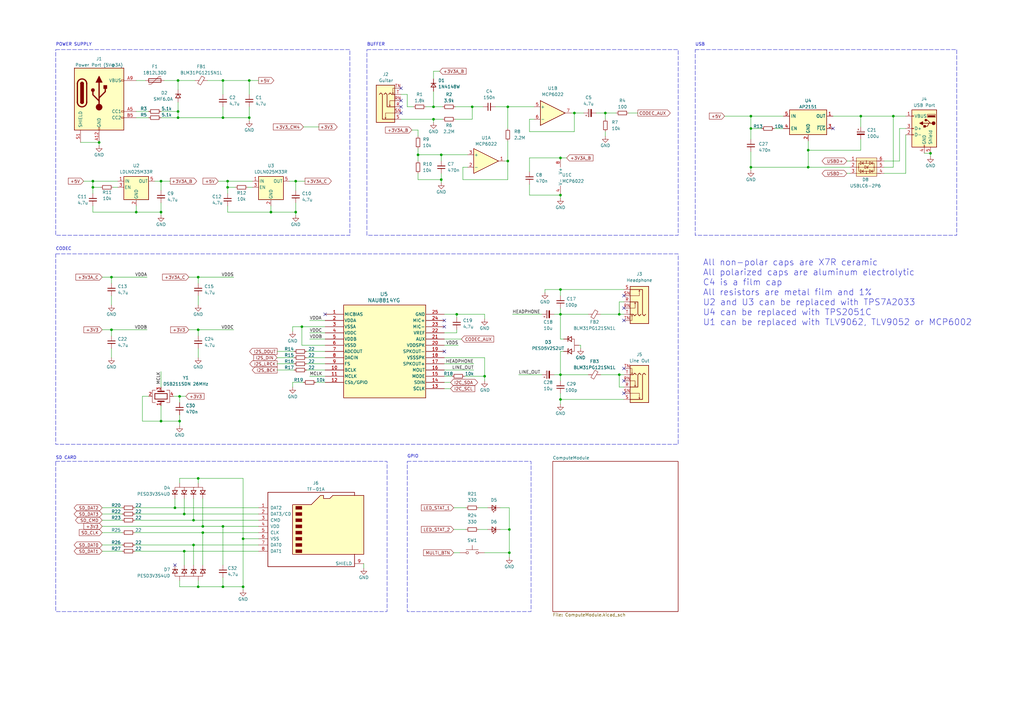
<source format=kicad_sch>
(kicad_sch (version 20230121) (generator eeschema)
  (paper "A3")
  (junction (at 102.235 33.02))
  (junction (at 180.975 63.5))
  (junction (at 331.47 68.58))
  (junction (at 111.125 86.995))
  (junction (at 99.695 220.98))
  (junction (at 171.45 63.5))
  (junction (at 81.28 113.665))
  (junction (at 229.87 64.77))
  (junction (at 75.565 226.06))
  (junction (at 81.28 196.215))
  (junction (at 93.345 74.295))
  (junction (at 66.04 74.295))
  (junction (at 307.975 47.625))
  (junction (at 229.87 80.01))
  (junction (at 83.185 218.44))
  (junction (at 71.755 208.28))
  (junction (at 79.375 213.36))
  (junction (at 81.28 240.665))
  (junction (at 254 153.67))
  (junction (at 38.1 74.295))
  (junction (at 91.44 48.26))
  (junction (at 187.325 128.905))
  (junction (at 123.825 133.985))
  (junction (at 91.44 240.665))
  (junction (at 177.8 48.895))
  (junction (at 75.565 210.82))
  (junction (at 73.66 162.56))
  (junction (at 331.47 61.595))
  (junction (at 177.8 43.815))
  (junction (at 121.285 86.995))
  (junction (at 208.28 66.04))
  (junction (at 73.025 48.26))
  (junction (at 40.64 58.42))
  (junction (at 229.87 118.745))
  (junction (at 381.635 62.865))
  (junction (at 45.72 135.255))
  (junction (at 180.975 73.66))
  (junction (at 193.675 43.815))
  (junction (at 55.88 86.995))
  (junction (at 45.72 113.665))
  (junction (at 229.87 153.67))
  (junction (at 73.66 172.72))
  (junction (at 93.345 76.835))
  (junction (at 91.44 215.9))
  (junction (at 208.915 217.17))
  (junction (at 307.975 52.705))
  (junction (at 91.44 33.02))
  (junction (at 198.755 154.305))
  (junction (at 353.06 47.625))
  (junction (at 81.28 135.255))
  (junction (at 83.185 215.9))
  (junction (at 229.87 128.905))
  (junction (at 102.235 48.26))
  (junction (at 66.04 172.72))
  (junction (at 99.695 240.665))
  (junction (at 307.975 68.58))
  (junction (at 73.025 33.02))
  (junction (at 254 128.905))
  (junction (at 229.87 163.83))
  (junction (at 73.025 45.72))
  (junction (at 235.585 46.355))
  (junction (at 38.1 76.835))
  (junction (at 366.395 47.625))
  (junction (at 208.28 43.815))
  (junction (at 79.375 223.52))
  (junction (at 66.04 86.995))
  (junction (at 208.915 226.695))
  (junction (at 248.285 46.355))
  (junction (at 121.285 74.295))
  (no_connect (at 255.905 156.21))
  (no_connect (at 255.905 131.445))
  (no_connect (at 71.755 231.775))
  (no_connect (at 164.465 43.815))
  (no_connect (at 164.465 46.355))
  (no_connect (at 255.905 121.285))
  (no_connect (at 164.465 36.195))
  (no_connect (at 182.245 131.445))
  (no_connect (at 164.465 41.275))
  (no_connect (at 133.35 128.905))
  (no_connect (at 255.905 151.13))
  (no_connect (at 182.245 133.985))
  (no_connect (at 182.245 144.145))
  (no_connect (at 341.63 52.705))
  (no_connect (at 255.905 161.29))
  (no_connect (at 255.905 126.365))
  (wire (pts (xy 238.125 141.605) (xy 238.125 142.875)))
  (wire (pts (xy 83.185 215.9) (xy 91.44 215.9)))
  (wire (pts (xy 66.04 86.995) (xy 66.04 88.265)))
  (wire (pts (xy 177.8 37.465) (xy 177.8 43.815)))
  (wire (pts (xy 307.975 47.625) (xy 321.31 47.625)))
  (wire (pts (xy 307.975 68.58) (xy 307.975 69.85)))
  (wire (pts (xy 229.87 144.145) (xy 231.14 144.145)))
  (wire (pts (xy 193.675 48.895) (xy 193.675 43.815)))
  (wire (pts (xy 41.91 213.36) (xy 50.165 213.36)))
  (wire (pts (xy 307.975 52.705) (xy 307.975 57.15)))
  (wire (pts (xy 93.345 84.455) (xy 93.345 86.995)))
  (wire (pts (xy 198.755 128.905) (xy 198.755 130.81)))
  (wire (pts (xy 127 154.305) (xy 133.35 154.305)))
  (wire (pts (xy 229.87 80.01) (xy 229.87 81.28)))
  (wire (pts (xy 174.625 43.815) (xy 177.8 43.815)))
  (wire (pts (xy 38.1 76.835) (xy 41.275 76.835)))
  (wire (pts (xy 229.87 118.745) (xy 229.87 121.285)))
  (wire (pts (xy 55.245 210.82) (xy 75.565 210.82)))
  (wire (pts (xy 73.66 240.665) (xy 81.28 240.665)))
  (wire (pts (xy 237.49 141.605) (xy 238.125 141.605)))
  (wire (pts (xy 182.245 128.905) (xy 187.325 128.905)))
  (wire (pts (xy 198.755 154.305) (xy 198.755 156.21)))
  (wire (pts (xy 113.665 146.685) (xy 120.65 146.685)))
  (wire (pts (xy 71.12 162.56) (xy 73.66 162.56)))
  (wire (pts (xy 210.185 128.905) (xy 222.25 128.905)))
  (wire (pts (xy 73.66 162.56) (xy 76.2 162.56)))
  (wire (pts (xy 177.8 29.21) (xy 177.8 32.385)))
  (wire (pts (xy 91.44 43.815) (xy 91.44 48.26)))
  (wire (pts (xy 91.44 33.02) (xy 102.235 33.02)))
  (wire (pts (xy 254 123.825) (xy 254 128.905)))
  (wire (pts (xy 111.125 86.995) (xy 121.285 86.995)))
  (wire (pts (xy 205.105 208.28) (xy 208.915 208.28)))
  (wire (pts (xy 217.17 70.485) (xy 217.17 64.77)))
  (wire (pts (xy 99.695 240.665) (xy 99.695 241.935)))
  (wire (pts (xy 123.825 133.985) (xy 133.35 133.985)))
  (wire (pts (xy 79.375 204.47) (xy 79.375 213.36)))
  (wire (pts (xy 99.695 220.98) (xy 106.045 220.98)))
  (wire (pts (xy 191.77 68.58) (xy 189.865 68.58)))
  (wire (pts (xy 366.395 47.625) (xy 366.395 68.58)))
  (wire (pts (xy 45.72 135.255) (xy 45.72 137.795)))
  (wire (pts (xy 113.665 149.225) (xy 120.65 149.225)))
  (wire (pts (xy 353.06 47.625) (xy 366.395 47.625)))
  (wire (pts (xy 208.28 73.66) (xy 208.28 66.04)))
  (wire (pts (xy 186.055 226.695) (xy 188.595 226.695)))
  (wire (pts (xy 123.825 141.605) (xy 133.35 141.605)))
  (wire (pts (xy 180.975 63.5) (xy 180.975 66.04)))
  (wire (pts (xy 341.63 47.625) (xy 353.06 47.625)))
  (wire (pts (xy 73.025 41.91) (xy 73.025 45.72)))
  (wire (pts (xy 58.42 162.56) (xy 58.42 172.72)))
  (wire (pts (xy 38.1 84.455) (xy 38.1 86.995)))
  (wire (pts (xy 186.055 208.28) (xy 191.135 208.28)))
  (wire (pts (xy 66.04 74.295) (xy 69.85 74.295)))
  (wire (pts (xy 248.285 53.975) (xy 248.285 55.88)))
  (wire (pts (xy 77.47 113.665) (xy 81.28 113.665)))
  (wire (pts (xy 45.72 121.285) (xy 45.72 125.095)))
  (wire (pts (xy 99.695 240.665) (xy 91.44 240.665)))
  (wire (pts (xy 93.345 86.995) (xy 111.125 86.995)))
  (wire (pts (xy 41.91 113.665) (xy 45.72 113.665)))
  (wire (pts (xy 208.28 43.815) (xy 208.28 52.705)))
  (wire (pts (xy 55.245 226.06) (xy 75.565 226.06)))
  (wire (pts (xy 75.565 226.06) (xy 75.565 231.775)))
  (wire (pts (xy 81.28 238.125) (xy 81.28 240.665)))
  (wire (pts (xy 217.17 48.895) (xy 217.17 53.975)))
  (wire (pts (xy 307.975 47.625) (xy 307.975 52.705)))
  (wire (pts (xy 85.09 33.02) (xy 91.44 33.02)))
  (wire (pts (xy 331.47 57.785) (xy 331.47 61.595)))
  (wire (pts (xy 229.87 153.67) (xy 229.87 156.21)))
  (wire (pts (xy 91.44 38.735) (xy 91.44 33.02)))
  (wire (pts (xy 182.245 154.305) (xy 185.42 154.305)))
  (wire (pts (xy 171.45 71.12) (xy 171.45 73.66)))
  (wire (pts (xy 102.235 38.735) (xy 102.235 33.02)))
  (wire (pts (xy 66.04 74.295) (xy 63.5 74.295)))
  (wire (pts (xy 73.66 198.12) (xy 73.66 196.215)))
  (wire (pts (xy 38.1 76.835) (xy 38.1 79.375)))
  (wire (pts (xy 217.17 75.565) (xy 217.17 80.01)))
  (wire (pts (xy 229.87 144.145) (xy 229.87 153.67)))
  (wire (pts (xy 58.42 162.56) (xy 60.96 162.56)))
  (wire (pts (xy 171.45 55.88) (xy 171.45 53.34)))
  (wire (pts (xy 205.105 217.17) (xy 208.915 217.17)))
  (wire (pts (xy 73.025 48.26) (xy 91.44 48.26)))
  (wire (pts (xy 164.465 38.735) (xy 167.005 38.735)))
  (wire (pts (xy 167.005 38.735) (xy 167.005 43.815)))
  (wire (pts (xy 171.45 63.5) (xy 180.975 63.5)))
  (wire (pts (xy 41.91 218.44) (xy 50.165 218.44)))
  (wire (pts (xy 55.88 33.02) (xy 59.69 33.02)))
  (wire (pts (xy 164.465 48.895) (xy 177.8 48.895)))
  (wire (pts (xy 177.8 48.895) (xy 181.61 48.895)))
  (wire (pts (xy 229.87 139.065) (xy 231.14 139.065)))
  (wire (pts (xy 347.345 66.04) (xy 348.615 66.04)))
  (wire (pts (xy 111.125 86.995) (xy 111.125 84.455)))
  (wire (pts (xy 73.025 33.02) (xy 73.025 36.83)))
  (wire (pts (xy 71.755 208.28) (xy 106.045 208.28)))
  (wire (pts (xy 127 139.065) (xy 133.35 139.065)))
  (wire (pts (xy 255.905 158.75) (xy 254 158.75)))
  (wire (pts (xy 77.47 135.255) (xy 81.28 135.255)))
  (wire (pts (xy 91.44 231.775) (xy 91.44 215.9)))
  (wire (pts (xy 227.33 153.67) (xy 229.87 153.67)))
  (wire (pts (xy 208.915 226.695) (xy 208.915 228.6)))
  (wire (pts (xy 127 131.445) (xy 133.35 131.445)))
  (wire (pts (xy 297.18 47.625) (xy 307.975 47.625)))
  (wire (pts (xy 81.28 121.285) (xy 81.28 125.095)))
  (wire (pts (xy 79.375 223.52) (xy 79.375 231.775)))
  (wire (pts (xy 217.17 80.01) (xy 229.87 80.01)))
  (wire (pts (xy 55.88 86.995) (xy 66.04 86.995)))
  (wire (pts (xy 198.755 146.685) (xy 198.755 154.305)))
  (wire (pts (xy 229.87 161.29) (xy 229.87 163.83)))
  (wire (pts (xy 45.72 113.665) (xy 60.325 113.665)))
  (wire (pts (xy 83.185 218.44) (xy 83.185 231.775)))
  (wire (pts (xy 246.38 153.67) (xy 254 153.67)))
  (wire (pts (xy 182.245 149.225) (xy 194.31 149.225)))
  (wire (pts (xy 223.52 118.745) (xy 223.52 120.015)))
  (wire (pts (xy 41.91 226.06) (xy 50.165 226.06)))
  (wire (pts (xy 89.535 74.295) (xy 93.345 74.295)))
  (wire (pts (xy 371.475 55.245) (xy 371.475 71.12)))
  (wire (pts (xy 168.91 53.34) (xy 171.45 53.34)))
  (wire (pts (xy 55.245 223.52) (xy 79.375 223.52)))
  (wire (pts (xy 73.025 48.26) (xy 66.04 48.26)))
  (wire (pts (xy 113.665 151.765) (xy 120.65 151.765)))
  (wire (pts (xy 93.345 76.835) (xy 96.52 76.835)))
  (wire (pts (xy 55.88 45.72) (xy 60.96 45.72)))
  (wire (pts (xy 208.28 57.785) (xy 208.28 66.04)))
  (wire (pts (xy 187.325 135.255) (xy 187.325 136.525)))
  (wire (pts (xy 38.1 74.295) (xy 38.1 76.835)))
  (wire (pts (xy 190.5 154.305) (xy 198.755 154.305)))
  (wire (pts (xy 229.87 126.365) (xy 229.87 128.905)))
  (wire (pts (xy 187.325 128.905) (xy 198.755 128.905)))
  (wire (pts (xy 73.025 45.72) (xy 73.025 48.26)))
  (wire (pts (xy 229.87 128.905) (xy 241.3 128.905)))
  (wire (pts (xy 93.345 74.295) (xy 103.505 74.295)))
  (wire (pts (xy 217.17 64.77) (xy 229.87 64.77)))
  (wire (pts (xy 46.355 76.835) (xy 48.26 76.835)))
  (wire (pts (xy 124.46 52.07) (xy 130.81 52.07)))
  (wire (pts (xy 73.66 172.72) (xy 73.66 174.625)))
  (wire (pts (xy 379.095 62.865) (xy 381.635 62.865)))
  (wire (pts (xy 368.935 52.705) (xy 371.475 52.705)))
  (wire (pts (xy 40.64 59.69) (xy 40.64 58.42)))
  (wire (pts (xy 180.34 29.21) (xy 177.8 29.21)))
  (wire (pts (xy 307.975 68.58) (xy 331.47 68.58)))
  (wire (pts (xy 125.73 151.765) (xy 133.35 151.765)))
  (wire (pts (xy 180.975 73.66) (xy 171.45 73.66)))
  (wire (pts (xy 102.235 33.02) (xy 106.045 33.02)))
  (wire (pts (xy 38.1 86.995) (xy 55.88 86.995)))
  (wire (pts (xy 73.025 33.02) (xy 80.01 33.02)))
  (wire (pts (xy 129.54 156.845) (xy 133.35 156.845)))
  (wire (pts (xy 125.73 144.145) (xy 133.35 144.145)))
  (wire (pts (xy 223.52 118.745) (xy 229.87 118.745)))
  (wire (pts (xy 73.66 172.72) (xy 66.04 172.72)))
  (wire (pts (xy 66.04 166.37) (xy 66.04 172.72)))
  (wire (pts (xy 182.245 151.765) (xy 194.31 151.765)))
  (wire (pts (xy 186.055 217.17) (xy 191.135 217.17)))
  (wire (pts (xy 248.285 46.355) (xy 248.285 48.895)))
  (wire (pts (xy 99.695 220.98) (xy 99.695 240.665)))
  (wire (pts (xy 121.285 74.295) (xy 125.095 74.295)))
  (wire (pts (xy 113.665 144.145) (xy 120.65 144.145)))
  (wire (pts (xy 177.8 48.895) (xy 177.8 50.165)))
  (wire (pts (xy 41.91 135.255) (xy 45.72 135.255)))
  (wire (pts (xy 127 136.525) (xy 133.35 136.525)))
  (wire (pts (xy 41.91 223.52) (xy 50.165 223.52)))
  (wire (pts (xy 45.72 135.255) (xy 60.325 135.255)))
  (wire (pts (xy 120.015 135.89) (xy 120.015 133.985)))
  (wire (pts (xy 177.8 43.815) (xy 181.61 43.815)))
  (wire (pts (xy 66.04 45.72) (xy 73.025 45.72)))
  (wire (pts (xy 208.28 43.815) (xy 219.075 43.815)))
  (wire (pts (xy 81.28 135.255) (xy 95.885 135.255)))
  (wire (pts (xy 41.91 215.9) (xy 83.185 215.9)))
  (wire (pts (xy 381.635 62.865) (xy 381.635 64.135)))
  (wire (pts (xy 229.87 153.67) (xy 241.3 153.67)))
  (wire (pts (xy 235.585 46.355) (xy 234.315 46.355)))
  (wire (pts (xy 182.245 156.845) (xy 184.785 156.845)))
  (wire (pts (xy 180.975 71.12) (xy 180.975 73.66)))
  (wire (pts (xy 73.66 238.125) (xy 73.66 240.665)))
  (wire (pts (xy 91.44 215.9) (xy 106.045 215.9)))
  (wire (pts (xy 75.565 204.47) (xy 75.565 210.82)))
  (wire (pts (xy 186.69 48.895) (xy 193.675 48.895)))
  (wire (pts (xy 254 153.67) (xy 255.905 153.67)))
  (wire (pts (xy 81.28 135.255) (xy 81.28 137.795)))
  (wire (pts (xy 229.87 163.83) (xy 255.905 163.83)))
  (wire (pts (xy 254 158.75) (xy 254 153.67)))
  (wire (pts (xy 75.565 210.82) (xy 106.045 210.82)))
  (wire (pts (xy 102.235 49.53) (xy 102.235 48.26)))
  (wire (pts (xy 235.585 46.355) (xy 239.395 46.355)))
  (wire (pts (xy 91.44 236.855) (xy 91.44 240.665)))
  (wire (pts (xy 83.185 204.47) (xy 83.185 215.9)))
  (wire (pts (xy 149.225 231.14) (xy 149.225 233.045)))
  (wire (pts (xy 317.5 52.705) (xy 321.31 52.705)))
  (wire (pts (xy 189.865 68.58) (xy 189.865 73.66)))
  (wire (pts (xy 307.975 52.705) (xy 312.42 52.705)))
  (wire (pts (xy 55.245 208.28) (xy 71.755 208.28)))
  (wire (pts (xy 38.1 74.295) (xy 48.26 74.295)))
  (wire (pts (xy 368.935 52.705) (xy 368.935 66.04)))
  (wire (pts (xy 208.915 208.28) (xy 208.915 217.17)))
  (wire (pts (xy 171.45 63.5) (xy 171.45 66.04)))
  (wire (pts (xy 198.755 226.695) (xy 208.915 226.695)))
  (wire (pts (xy 34.29 74.295) (xy 38.1 74.295)))
  (wire (pts (xy 196.215 217.17) (xy 200.025 217.17)))
  (wire (pts (xy 81.28 196.215) (xy 99.695 196.215)))
  (wire (pts (xy 81.28 113.665) (xy 81.28 116.205)))
  (wire (pts (xy 81.28 240.665) (xy 91.44 240.665)))
  (wire (pts (xy 362.585 68.58) (xy 366.395 68.58)))
  (wire (pts (xy 40.64 58.42) (xy 33.02 58.42)))
  (wire (pts (xy 229.87 118.745) (xy 255.905 118.745)))
  (wire (pts (xy 362.585 71.12) (xy 371.475 71.12)))
  (wire (pts (xy 189.865 73.66) (xy 208.28 73.66)))
  (wire (pts (xy 83.185 218.44) (xy 106.045 218.44)))
  (wire (pts (xy 331.47 68.58) (xy 348.615 68.58)))
  (wire (pts (xy 73.66 162.56) (xy 73.66 165.1)))
  (wire (pts (xy 120.015 156.845) (xy 120.015 158.75)))
  (wire (pts (xy 353.06 57.15) (xy 353.06 61.595)))
  (wire (pts (xy 229.87 163.83) (xy 229.87 165.735)))
  (wire (pts (xy 45.72 142.875) (xy 45.72 146.685)))
  (wire (pts (xy 227.33 128.905) (xy 229.87 128.905)))
  (wire (pts (xy 182.245 136.525) (xy 187.325 136.525)))
  (wire (pts (xy 125.73 149.225) (xy 133.35 149.225)))
  (wire (pts (xy 171.45 60.96) (xy 171.45 63.5)))
  (wire (pts (xy 102.235 43.815) (xy 102.235 48.26)))
  (wire (pts (xy 93.345 76.835) (xy 93.345 79.375)))
  (wire (pts (xy 186.69 43.815) (xy 193.675 43.815)))
  (wire (pts (xy 55.88 48.26) (xy 60.96 48.26)))
  (wire (pts (xy 66.04 74.295) (xy 66.04 78.105)))
  (wire (pts (xy 347.345 71.12) (xy 348.615 71.12)))
  (wire (pts (xy 79.375 213.36) (xy 106.045 213.36)))
  (wire (pts (xy 66.04 83.185) (xy 66.04 86.995)))
  (wire (pts (xy 91.44 48.26) (xy 102.235 48.26)))
  (wire (pts (xy 212.725 153.67) (xy 222.25 153.67)))
  (wire (pts (xy 41.91 208.28) (xy 50.165 208.28)))
  (wire (pts (xy 229.87 128.905) (xy 229.87 139.065)))
  (wire (pts (xy 121.285 83.185) (xy 121.285 86.995)))
  (wire (pts (xy 67.31 33.02) (xy 73.025 33.02)))
  (wire (pts (xy 248.285 46.355) (xy 252.73 46.355)))
  (wire (pts (xy 41.91 210.82) (xy 50.165 210.82)))
  (wire (pts (xy 66.04 152.4) (xy 66.04 158.75)))
  (wire (pts (xy 55.245 218.44) (xy 83.185 218.44)))
  (wire (pts (xy 81.28 196.215) (xy 81.28 198.12)))
  (wire (pts (xy 99.695 196.215) (xy 99.695 220.98)))
  (wire (pts (xy 45.72 113.665) (xy 45.72 116.205)))
  (wire (pts (xy 180.975 63.5) (xy 191.77 63.5)))
  (wire (pts (xy 193.675 43.815) (xy 198.12 43.815)))
  (wire (pts (xy 120.015 133.985) (xy 123.825 133.985)))
  (wire (pts (xy 55.88 86.995) (xy 55.88 84.455)))
  (wire (pts (xy 182.245 159.385) (xy 184.785 159.385)))
  (wire (pts (xy 81.28 113.665) (xy 95.885 113.665)))
  (wire (pts (xy 182.245 141.605) (xy 187.96 141.605)))
  (wire (pts (xy 366.395 47.625) (xy 371.475 47.625)))
  (wire (pts (xy 362.585 66.04) (xy 368.935 66.04)))
  (wire (pts (xy 79.375 223.52) (xy 106.045 223.52)))
  (wire (pts (xy 244.475 46.355) (xy 248.285 46.355)))
  (wire (pts (xy 235.585 53.975) (xy 235.585 46.355)))
  (wire (pts (xy 229.87 64.77) (xy 232.41 64.77)))
  (wire (pts (xy 353.06 47.625) (xy 353.06 52.07)))
  (wire (pts (xy 219.075 48.895) (xy 217.17 48.895)))
  (wire (pts (xy 331.47 61.595) (xy 331.47 68.58)))
  (wire (pts (xy 217.17 53.975) (xy 235.585 53.975)))
  (wire (pts (xy 307.975 62.23) (xy 307.975 68.58)))
  (wire (pts (xy 71.755 204.47) (xy 71.755 208.28)))
  (wire (pts (xy 246.38 128.905) (xy 254 128.905)))
  (wire (pts (xy 182.245 146.685) (xy 198.755 146.685)))
  (wire (pts (xy 121.285 74.295) (xy 121.285 78.105)))
  (wire (pts (xy 121.285 74.295) (xy 118.745 74.295)))
  (wire (pts (xy 254 128.905) (xy 255.905 128.905)))
  (wire (pts (xy 167.005 43.815) (xy 169.545 43.815)))
  (wire (pts (xy 93.345 74.295) (xy 93.345 76.835)))
  (wire (pts (xy 75.565 226.06) (xy 106.045 226.06)))
  (wire (pts (xy 81.28 142.875) (xy 81.28 146.685)))
  (wire (pts (xy 123.825 141.605) (xy 123.825 133.985)))
  (wire (pts (xy 121.285 86.995) (xy 121.285 88.265)))
  (wire (pts (xy 331.47 61.595) (xy 353.06 61.595)))
  (wire (pts (xy 73.66 196.215) (xy 81.28 196.215)))
  (wire (pts (xy 257.81 46.355) (xy 261.62 46.355)))
  (wire (pts (xy 187.325 128.905) (xy 187.325 130.175)))
  (wire (pts (xy 120.015 156.845) (xy 124.46 156.845)))
  (wire (pts (xy 208.915 217.17) (xy 208.915 226.695)))
  (wire (pts (xy 208.28 66.04) (xy 207.01 66.04)))
  (wire (pts (xy 180.975 73.66) (xy 180.975 74.93)))
  (wire (pts (xy 255.905 123.825) (xy 254 123.825)))
  (wire (pts (xy 203.2 43.815) (xy 208.28 43.815)))
  (wire (pts (xy 55.245 213.36) (xy 79.375 213.36)))
  (wire (pts (xy 73.66 170.18) (xy 73.66 172.72)))
  (wire (pts (xy 125.73 146.685) (xy 133.35 146.685)))
  (wire (pts (xy 101.6 76.835) (xy 103.505 76.835)))
  (wire (pts (xy 196.215 208.28) (xy 200.025 208.28)))
  (wire (pts (xy 182.245 139.065) (xy 189.23 139.065)))
  (wire (pts (xy 66.04 172.72) (xy 58.42 172.72)))
  (rectangle (start 167.005 189.23) (end 217.805 250.825) (stroke (width 0) (type dash)))
  (rectangle (start 22.86 20.32) (end 143.51 96.52) (stroke (width 0) (type dash)))
  (rectangle (start 150.495 20.32) (end 278.13 96.52) (stroke (width 0) (type dash)))
  (rectangle (start 22.86 104.14) (end 278.13 182.245) (stroke (width 0) (type dash)))
  (rectangle (start 22.86 189.23) (end 158.75 250.825) (stroke (width 0) (type dash)))
  (rectangle (start 285.115 20.32) (end 392.43 96.52) (stroke (width 0) (type dash)))
  (text_box "All non-polar caps are X7R ceramic\nAll polarized caps are aluminum electrolytic\nC4 is a film cap\nAll resistors are metal film and 1%\nU2 and U3 can be replaced with TPS7A2033\nU4 can be replaced with TPS2051C\nU1 can be replaced with TLV9062, TLV9052 or MCP6002" (at 286.385 104.14 0) (size 115.57 68.58) (stroke (width -0.0001)) (effects (font (size 2.54 2.54)) (justify left top)))
  (text "SD CARD" (at 22.86 188.595 0) (effects (font (size 1.27 1.27)) (justify left bottom)))
  (text "POWER SUPPLY" (at 22.86 19.05 0) (effects (font (size 1.27 1.27)) (justify left bottom)))
  (text "GPIO" (at 167.005 187.96 0) (effects (font (size 1.27 1.27)) (justify left bottom)))
  (text "BUFFER" (at 150.495 19.05 0) (effects (font (size 1.27 1.27)) (justify left bottom)))
  (text "USB" (at 285.115 19.05 0) (effects (font (size 1.27 1.27)) (justify left bottom)))
  (text "CODEC" (at 22.86 102.87 0) (effects (font (size 1.27 1.27)) (justify left bottom)))
  (label "MCLK" (at 127 154.305 0))
  (label "VDDC" (at 95.885 135.255 180))
  (label "LINE_OUT" (at 212.725 153.67 0))
  (label "VDDA" (at 127 131.445 0))
  (label "VDDA" (at 60.325 113.665 180))
  (label "VDDS" (at 95.885 113.665 180))
  (label "HEADPHONE" (at 210.185 128.905 0))
  (label "VDDB" (at 60.325 135.255 180))
  (label "HEADPHONE" (at 194.31 149.225 180))
  (label "VDDS" (at 187.96 141.605 180))
  (label "VDDB" (at 127 139.065 0))
  (label "MCLK" (at 66.04 152.4 270))
  (label "LINE_OUT" (at 194.31 151.765 180))
  (label "VDDC" (at 127 136.525 0))
  (global_label "I2S_BCK" (shape output) (at 113.665 151.765 180) (property "Intersheetrefs" "${INTERSHEET_REFS}" (effects hide)))
  (global_label "I2C_SDA" (shape bidirectional) (at 184.785 156.845 0) (property "Intersheetrefs" "${INTERSHEET_REFS}" (effects hide)))
  (global_label "SD_CMD" (shape bidirectional) (at 41.91 213.36 180) (property "Intersheetrefs" "${INTERSHEET_REFS}" (effects hide)))
  (global_label "MULTI_BTN" (shape input) (at 186.055 226.695 180) (property "Intersheetrefs" "${INTERSHEET_REFS}" (effects hide)))
  (global_label "+3V3A_B" (shape output) (at 69.85 74.295 0) (property "Intersheetrefs" "${INTERSHEET_REFS}" (effects hide)))
  (global_label "+5V" (shape input) (at 89.535 74.295 180) (property "Intersheetrefs" "${INTERSHEET_REFS}" (effects hide)))
  (global_label "+5V" (shape output) (at 106.045 33.02 0) (property "Intersheetrefs" "${INTERSHEET_REFS}" (effects hide)))
  (global_label "+3V3A_B" (shape input) (at 168.91 53.34 180) (property "Intersheetrefs" "${INTERSHEET_REFS}" (effects hide)))
  (global_label "+3V3A_B" (shape input) (at 232.41 64.77 0) (property "Intersheetrefs" "${INTERSHEET_REFS}" (effects hide)))
  (global_label "+3V3" (shape input) (at 41.91 215.9 180) (property "Intersheetrefs" "${INTERSHEET_REFS}" (effects hide)))
  (global_label "+3V3" (shape input) (at 41.91 135.255 180) (property "Intersheetrefs" "${INTERSHEET_REFS}" (effects hide)))
  (global_label "USBD-" (shape bidirectional) (at 347.345 71.12 180) (property "Intersheetrefs" "${INTERSHEET_REFS}" (effects hide)))
  (global_label "I2S_DOUT" (shape output) (at 113.665 144.145 180) (property "Intersheetrefs" "${INTERSHEET_REFS}" (effects hide)))
  (global_label "I2C_SCL" (shape input) (at 184.785 159.385 0) (property "Intersheetrefs" "${INTERSHEET_REFS}" (effects hide)))
  (global_label "+3V3_CM4" (shape input) (at 124.46 52.07 180) (property "Intersheetrefs" "${INTERSHEET_REFS}" (effects hide)))
  (global_label "+3V3A_B" (shape input) (at 180.34 29.21 0) (property "Intersheetrefs" "${INTERSHEET_REFS}" (effects hide)))
  (global_label "+5V" (shape input) (at 34.29 74.295 180) (property "Intersheetrefs" "${INTERSHEET_REFS}" (effects hide)))
  (global_label "I2S_LRCK" (shape output) (at 113.665 149.225 180) (property "Intersheetrefs" "${INTERSHEET_REFS}" (effects hide)))
  (global_label "+5V" (shape input) (at 297.18 47.625 180) (property "Intersheetrefs" "${INTERSHEET_REFS}" (effects hide)))
  (global_label "SD_DAT1" (shape bidirectional) (at 41.91 226.06 180) (property "Intersheetrefs" "${INTERSHEET_REFS}" (effects hide)))
  (global_label "+3V3" (shape input) (at 76.2 162.56 0) (property "Intersheetrefs" "${INTERSHEET_REFS}" (effects hide)))
  (global_label "SD_CLK" (shape input) (at 41.91 218.44 180) (property "Intersheetrefs" "${INTERSHEET_REFS}" (effects hide)))
  (global_label "I2S_DIN" (shape input) (at 113.665 146.685 180) (property "Intersheetrefs" "${INTERSHEET_REFS}" (effects hide)))
  (global_label "LED_STAT_1" (shape input) (at 186.055 208.28 180) (property "Intersheetrefs" "${INTERSHEET_REFS}" (effects hide)))
  (global_label "SD_DAT2" (shape bidirectional) (at 41.91 208.28 180) (property "Intersheetrefs" "${INTERSHEET_REFS}" (effects hide)))
  (global_label "CODEC_AUX" (shape input) (at 189.23 139.065 0) (property "Intersheetrefs" "${INTERSHEET_REFS}" (effects hide)))
  (global_label "+3V3A_C" (shape input) (at 77.47 113.665 180) (property "Intersheetrefs" "${INTERSHEET_REFS}" (effects hide)))
  (global_label "+3V3" (shape input) (at 77.47 135.255 180) (property "Intersheetrefs" "${INTERSHEET_REFS}" (effects hide)))
  (global_label "+3V3A_C" (shape output) (at 125.095 74.295 0) (property "Intersheetrefs" "${INTERSHEET_REFS}" (effects hide)))
  (global_label "LED_STAT_2" (shape input) (at 186.055 217.17 180) (property "Intersheetrefs" "${INTERSHEET_REFS}" (effects hide)))
  (global_label "+3V3A_C" (shape input) (at 41.91 113.665 180) (property "Intersheetrefs" "${INTERSHEET_REFS}" (effects hide)))
  (global_label "SD_DAT0" (shape bidirectional) (at 41.91 223.52 180) (property "Intersheetrefs" "${INTERSHEET_REFS}" (effects hide)))
  (global_label "CODEC_AUX" (shape output) (at 261.62 46.355 0) (property "Intersheetrefs" "${INTERSHEET_REFS}" (effects hide)))
  (global_label "+3V3" (shape output) (at 130.81 52.07 0) (property "Intersheetrefs" "${INTERSHEET_REFS}" (effects hide)))
  (global_label "SD_DAT3" (shape bidirectional) (at 41.91 210.82 180) (property "Intersheetrefs" "${INTERSHEET_REFS}" (effects hide)))
  (global_label "USBD+" (shape bidirectional) (at 347.345 66.04 180) (property "Intersheetrefs" "${INTERSHEET_REFS}" (effects hide)))
  (symbol (lib_id "Device:Polyfuse") (at 63.5 33.02 90) (unit 1)
    (property "Reference" "F1" (at 63.5 27.305 90))
    (property "Value" "1812L300" (at 63.5 29.845 90))
    (property "Footprint" "Fuse:Fuse_1812_4532Metric_Pad1.30x3.40mm_HandSolder" (effects hide))
  )
  (symbol (lib_id "Device:C_Small") (at 45.72 140.335 0) (unit 1)
    (property "Reference" "C22" (at 48.26 139.0713 0) (effects (justify left)))
    (property "Value" "4.7u" (at 48.26 141.6113 0) (effects (justify left)))
    (property "Footprint" "Capacitor_SMD:C_0805_2012Metric_Pad1.18x1.45mm_HandSolder" (effects hide))
  )
  (symbol (lib_id "power:GND") (at 121.285 88.265 0) (unit 1)
    (property "Reference" "#PWR08" (effects hide))
    (property "Value" "GND" (at 121.285 92.075 0))
  )
  (symbol (lib_id "NeuralTone:USBLC6-2P6") (at 356.235 68.58 0) (unit 1)
    (property "Reference" "D8" (at 354.965 73.66 0))
    (property "Value" "USBLC6-2P6" (at 354.965 76.2 0))
    (property "Footprint" "Package_TO_SOT_SMD:SOT-23-6_Handsoldering" (effects hide))
    (property "Datasheet" "https://www.st.com/resource/en/datasheet/usblc6-2.pdf" (effects hide))
  )
  (symbol (lib_id "Device:C_Small") (at 45.72 118.745 0) (unit 1)
    (property "Reference" "C13" (at 48.26 117.4813 0) (effects (justify left)))
    (property "Value" "4.7u" (at 48.26 120.0213 0) (effects (justify left)))
    (property "Footprint" "Capacitor_SMD:C_0805_2012Metric_Pad1.18x1.45mm_HandSolder" (effects hide))
  )
  (symbol (lib_id "Device:R_Small") (at 123.19 144.145 90) (unit 1)
    (property "Reference" "R14" (at 118.618 143.129 90))
    (property "Value" "22" (at 127.762 143.129 90))
    (property "Footprint" "Resistor_SMD:R_0805_2012Metric_Pad1.20x1.40mm_HandSolder" (effects hide))
  )
  (symbol (lib_id "Device:FerriteBead_Small") (at 82.55 33.02 90) (unit 1)
    (property "Reference" "FB1" (at 82.55 27.305 90))
    (property "Value" "BLM31PG121SN1L" (at 82.55 29.845 90))
    (property "Footprint" "Inductor_SMD:L_1206_3216Metric_Pad1.22x1.90mm_HandSolder" (effects hide))
  )
  (symbol (lib_id "Device:R_Small") (at 184.15 43.815 90) (unit 1)
    (property "Reference" "R2" (at 184.15 38.735 90))
    (property "Value" "3.9k" (at 184.15 41.275 90))
    (property "Footprint" "Resistor_SMD:R_0805_2012Metric_Pad1.20x1.40mm_HandSolder" (effects hide))
  )
  (symbol (lib_id "Amplifier_Operational:MCP6022") (at 232.41 72.39 0) (unit 3)
    (property "Reference" "U1" (at 230.505 71.755 0) (effects (justify left)))
    (property "Value" "MCP6022" (at 230.505 74.295 0) (effects (justify left)))
    (property "Footprint" "Package_SO:SOIC-8_3.9x4.9mm_P1.27mm" (effects hide))
    (property "Datasheet" "http://ww1.microchip.com/downloads/en/devicedoc/20001685e.pdf" (effects hide))
  )
  (symbol (lib_id "Device:R_Small") (at 52.705 213.36 90) (unit 1)
    (property "Reference" "R23" (at 47.625 212.344 90))
    (property "Value" "22" (at 56.769 212.344 90))
    (property "Footprint" "Resistor_SMD:R_0805_2012Metric_Pad1.20x1.40mm_HandSolder" (effects hide))
  )
  (symbol (lib_id "Connector:USB_A") (at 379.095 52.705 0) (mirror y) (unit 1)
    (property "Reference" "J4" (at 377.825 40.64 0) (effects (justify right)))
    (property "Value" "USB Port" (at 374.65 43.18 0) (effects (justify right)))
    (property "Footprint" "Connector_USB:USB_A_CONNFLY_DS1095-WNR0" (effects hide))
    (property "Datasheet" "https://datasheet.lcsc.com/lcsc/2102261732_Jing-Extension-of-the-Electronic-Co--902-131A1021D10100_C2344.pdf" (effects hide))
  )
  (symbol (lib_id "Device:C_Small") (at 81.28 118.745 0) (unit 1)
    (property "Reference" "C15" (at 83.82 117.4813 0) (effects (justify left)))
    (property "Value" "4.7u" (at 83.82 120.0213 0) (effects (justify left)))
    (property "Footprint" "Capacitor_SMD:C_0805_2012Metric_Pad1.18x1.45mm_HandSolder" (effects hide))
  )
  (symbol (lib_id "power:GND") (at 198.755 156.21 0) (mirror y) (unit 1)
    (property "Reference" "#PWR019" (effects hide))
    (property "Value" "GND" (at 196.85 160.02 0) (effects (justify right)))
  )
  (symbol (lib_id "Device:R_Small") (at 193.675 217.17 90) (unit 1)
    (property "Reference" "R24" (at 193.675 211.455 90))
    (property "Value" "330" (at 193.675 213.995 90))
    (property "Footprint" "Resistor_SMD:R_0805_2012Metric_Pad1.20x1.40mm_HandSolder" (effects hide))
  )
  (symbol (lib_id "Device:C_Small") (at 93.345 81.915 0) (unit 1)
    (property "Reference" "C12" (at 86.995 80.645 0) (effects (justify left)))
    (property "Value" "4.7u" (at 86.995 83.185 0) (effects (justify left)))
    (property "Footprint" "Capacitor_SMD:C_0805_2012Metric_Pad1.18x1.45mm_HandSolder" (effects hide))
  )
  (symbol (lib_id "power:GND") (at 120.015 158.75 0) (unit 1)
    (property "Reference" "#PWR020" (effects hide))
    (property "Value" "GND" (at 117.983 162.687 0) (effects (justify left)))
  )
  (symbol (lib_id "Device:R_Small") (at 123.19 146.685 90) (unit 1)
    (property "Reference" "R15" (at 118.618 145.669 90))
    (property "Value" "22" (at 127.762 145.669 90))
    (property "Footprint" "Resistor_SMD:R_0805_2012Metric_Pad1.20x1.40mm_HandSolder" (effects hide))
  )
  (symbol (lib_id "Connector:Micro_SD_Card") (at 128.905 215.9 0) (unit 1)
    (property "Reference" "J6" (at 129.54 198.12 0))
    (property "Value" "TF-01A" (at 129.54 200.66 0))
    (property "Footprint" "NeuralTone:TF-01A" (effects hide))
    (property "Datasheet" "https://datasheet.lcsc.com/lcsc/1811082127_Korean-Hroparts-Elec-TF-01A_C91145.pdf" (effects hide))
  )
  (symbol (lib_id "Device:Crystal_GND24") (at 66.04 162.56 90) (unit 1)
    (property "Reference" "Y1" (at 76.2 154.94 90))
    (property "Value" "DSB211SDN 26MHz" (at 76.2 157.48 90))
    (property "Footprint" "Crystal:Crystal_SMD_2016-4Pin_2.0x1.6mm" (effects hide))
  )
  (symbol (lib_id "Device:C_Polarized_Small") (at 241.935 46.355 90) (unit 1)
    (property "Reference" "C5" (at 241.3889 40.005 90))
    (property "Value" "4.7u" (at 241.3889 42.545 90))
    (property "Footprint" "Capacitor_SMD:CP_Elec_4x5.4" (effects hide))
  )
  (symbol (lib_id "power:GND") (at 120.015 135.89 0) (unit 1)
    (property "Reference" "#PWR013" (effects hide))
    (property "Value" "GND" (at 122.047 139.827 0) (effects (justify right)))
  )
  (symbol (lib_id "Device:R_Small") (at 99.06 76.835 90) (unit 1)
    (property "Reference" "R12" (at 99.06 79.121 90))
    (property "Value" "10k" (at 99.06 81.661 90))
    (property "Footprint" "Resistor_SMD:R_0805_2012Metric_Pad1.20x1.40mm_HandSolder" (effects hide))
  )
  (symbol (lib_id "Device:R_Small") (at 171.45 58.42 180) (unit 1)
    (property "Reference" "R9" (at 173.355 57.15 0) (effects (justify right)))
    (property "Value" "10k" (at 173.355 59.69 0) (effects (justify right)))
    (property "Footprint" "Resistor_SMD:R_0805_2012Metric_Pad1.20x1.40mm_HandSolder" (effects hide))
  )
  (symbol (lib_id "NeuralTone:D_TVS_Quad") (at 77.47 201.93 90) (unit 1)
    (property "Reference" "D4" (at 69.85 200.0885 90) (effects (justify left)))
    (property "Value" "PESD3V3S4UD" (at 69.85 202.6285 90) (effects (justify left)))
    (property "Footprint" "Package_TO_SOT_SMD:SOT-23-6_Handsoldering" (effects hide))
    (property "Datasheet" "https://assets.nexperia.com/documents/data-sheet/PESD3V3S4UD.pdf" (effects hide))
    (property "Sim.Device" "D" (effects hide))
    (property "Sim.Pins" "1=K 2=A" (effects hide))
  )
  (symbol (lib_id "Device:R_Small") (at 248.285 51.435 180) (unit 1)
    (property "Reference" "R7" (at 250.825 50.165 0) (effects (justify right)))
    (property "Value" "10k" (at 250.825 52.705 0) (effects (justify right)))
    (property "Footprint" "Resistor_SMD:R_0805_2012Metric_Pad1.20x1.40mm_HandSolder" (effects hide))
  )
  (symbol (lib_id "Device:C_Small") (at 229.87 158.75 180) (unit 1)
    (property "Reference" "C29" (at 234.315 157.48 0))
    (property "Value" "100p" (at 234.315 160.02 0))
    (property "Footprint" "Capacitor_SMD:C_0805_2012Metric_Pad1.18x1.45mm_HandSolder" (effects hide))
  )
  (symbol (lib_id "Device:C_Small") (at 229.87 123.825 180) (unit 1)
    (property "Reference" "C17" (at 234.315 122.555 0))
    (property "Value" "100p" (at 234.315 125.095 0))
    (property "Footprint" "Capacitor_SMD:C_0805_2012Metric_Pad1.18x1.45mm_HandSolder" (effects hide))
  )
  (symbol (lib_id "Regulator_Linear:TLV70233_SOT23-5") (at 111.125 76.835 0) (unit 1)
    (property "Reference" "U3" (at 111.125 67.945 0))
    (property "Value" "LDLN025M33R" (at 111.125 70.485 0))
    (property "Footprint" "Package_TO_SOT_SMD:SOT-23-5_HandSoldering" (effects hide))
    (property "Datasheet" "https://www.st.com/resource/en/datasheet/ldln025.pdf" (effects hide))
  )
  (symbol (lib_id "power:GND") (at 223.52 120.015 0) (unit 1)
    (property "Reference" "#PWR09" (effects hide))
    (property "Value" "GND" (at 223.52 123.825 0))
  )
  (symbol (lib_id "Device:R_Small") (at 52.705 208.28 90) (unit 1)
    (property "Reference" "R20" (at 47.625 207.264 90))
    (property "Value" "22" (at 56.769 207.264 90))
    (property "Footprint" "Resistor_SMD:R_0805_2012Metric_Pad1.20x1.40mm_HandSolder" (effects hide))
  )
  (symbol (lib_id "NeuralTone:D_TVS_Single") (at 73.025 39.37 270) (unit 1)
    (property "Reference" "D2" (at 66.04 38.1 90) (effects (justify left)))
    (property "Value" "SMF6.0A" (at 62.865 40.64 90) (effects (justify left)))
    (property "Footprint" "Diode_SMD:D_SOD-123F" (effects hide))
    (property "Datasheet" "https://www.littelfuse.com/media?resourcetype=datasheets&itemid=993a2ee6-c837-4498-91c6-aa64b06a6fb8&filename=littelfuse-tvs-diode-smf-datasheet" (effects hide))
    (property "Sim.Device" "D" (effects hide))
    (property "Sim.Pins" "1=K 2=A" (effects hide))
  )
  (symbol (lib_id "power:GND") (at 45.72 146.685 0) (unit 1)
    (property "Reference" "#PWR015" (effects hide))
    (property "Value" "GND" (at 45.72 150.495 0))
  )
  (symbol (lib_id "Device:R_Small") (at 193.675 208.28 90) (unit 1)
    (property "Reference" "R21" (at 193.675 202.565 90))
    (property "Value" "330" (at 193.675 205.105 90))
    (property "Footprint" "Resistor_SMD:R_0805_2012Metric_Pad1.20x1.40mm_HandSolder" (effects hide))
  )
  (symbol (lib_id "Device:FerriteBead_Small") (at 243.84 128.905 90) (unit 1)
    (property "Reference" "FB2" (at 243.84 132.08 90))
    (property "Value" "BLM31PG121SN1L" (at 243.84 134.62 90))
    (property "Footprint" "Inductor_SMD:L_1206_3216Metric_Pad1.22x1.90mm_HandSolder" (effects hide))
  )
  (symbol (lib_id "Device:R_Small") (at 184.15 48.895 270) (unit 1)
    (property "Reference" "R6" (at 184.15 51.435 90))
    (property "Value" "2.2M" (at 184.15 53.975 90))
    (property "Footprint" "Resistor_SMD:R_0805_2012Metric_Pad1.20x1.40mm_HandSolder" (effects hide))
  )
  (symbol (lib_id "Device:R_Small") (at 43.815 76.835 90) (unit 1)
    (property "Reference" "R11" (at 43.942 78.867 90))
    (property "Value" "10k" (at 43.942 81.407 90))
    (property "Footprint" "Resistor_SMD:R_0805_2012Metric_Pad1.20x1.40mm_HandSolder" (effects hide))
  )
  (symbol (lib_id "NeuralTone:D_TVS_Dual") (at 233.68 141.605 0) (unit 1)
    (property "Reference" "D3" (at 224.79 140.335 0))
    (property "Value" "PESD5V2S2UT" (at 224.79 142.875 0))
    (property "Footprint" "Package_TO_SOT_SMD:SOT-23" (effects hide))
    (property "Datasheet" "https://assets.nexperia.com/documents/data-sheet/PESD5V2S2UT.pdf" (effects hide))
    (property "Sim.Device" "D" (effects hide))
    (property "Sim.Pins" "1=K 2=A" (effects hide))
  )
  (symbol (lib_id "Device:R_Small") (at 52.705 226.06 90) (unit 1)
    (property "Reference" "R27" (at 47.625 225.044 90))
    (property "Value" "22" (at 56.769 225.044 90))
    (property "Footprint" "Resistor_SMD:R_0805_2012Metric_Pad1.20x1.40mm_HandSolder" (effects hide))
  )
  (symbol (lib_id "power:GND") (at 198.755 130.81 0) (unit 1)
    (property "Reference" "#PWR012" (effects hide))
    (property "Value" "GND" (at 198.755 134.62 0))
  )
  (symbol (lib_id "power:GND") (at 81.28 146.685 0) (unit 1)
    (property "Reference" "#PWR016" (effects hide))
    (property "Value" "GND" (at 81.28 150.495 0))
  )
  (symbol (lib_id "power:GND") (at 248.285 55.88 0) (unit 1)
    (property "Reference" "#PWR03" (effects hide))
    (property "Value" "GND" (at 248.285 59.69 0))
  )
  (symbol (lib_id "Device:LED_Small") (at 202.565 217.17 180) (unit 1)
    (property "Reference" "D6" (at 202.565 213.995 0))
    (property "Value" "LED_Small" (effects hide))
    (property "Footprint" "LED_SMD:LED_0805_2012Metric_Pad1.15x1.40mm_HandSolder" (effects hide))
  )
  (symbol (lib_id "Device:C_Small") (at 180.975 68.58 180) (unit 1)
    (property "Reference" "C7" (at 183.515 67.3036 0) (effects (justify right)))
    (property "Value" "470n" (at 183.515 69.8436 0) (effects (justify right)))
    (property "Footprint" "Capacitor_SMD:C_0805_2012Metric_Pad1.18x1.45mm_HandSolder" (effects hide))
  )
  (symbol (lib_id "Device:R_Small") (at 52.705 218.44 90) (unit 1)
    (property "Reference" "R25" (at 47.625 217.424 90))
    (property "Value" "22" (at 56.769 217.424 90))
    (property "Footprint" "Resistor_SMD:R_0805_2012Metric_Pad1.20x1.40mm_HandSolder" (effects hide))
  )
  (symbol (lib_id "Device:R_Small") (at 208.28 55.245 180) (unit 1)
    (property "Reference" "R8" (at 210.82 53.975 0) (effects (justify right)))
    (property "Value" "2.2M" (at 210.82 56.515 0) (effects (justify right)))
    (property "Footprint" "Resistor_SMD:R_0805_2012Metric_Pad1.20x1.40mm_HandSolder" (effects hide))
  )
  (symbol (lib_id "power:GND") (at 208.915 228.6 0) (unit 1)
    (property "Reference" "#PWR024" (effects hide))
    (property "Value" "GND" (at 208.915 232.41 0))
  )
  (symbol (lib_id "Device:C_Small") (at 73.66 167.64 0) (unit 1)
    (property "Reference" "C30" (at 76.2 166.3763 0) (effects (justify left)))
    (property "Value" "470n" (at 76.2 168.9163 0) (effects (justify left)))
    (property "Footprint" "Capacitor_SMD:C_0805_2012Metric_Pad1.18x1.45mm_HandSolder" (effects hide))
  )
  (symbol (lib_id "Device:R_Small") (at 52.705 223.52 90) (unit 1)
    (property "Reference" "R26" (at 47.625 222.504 90))
    (property "Value" "22" (at 56.769 222.504 90))
    (property "Footprint" "Resistor_SMD:R_0805_2012Metric_Pad1.20x1.40mm_HandSolder" (effects hide))
  )
  (symbol (lib_id "Device:R_Small") (at 127 156.845 90) (unit 1)
    (property "Reference" "R19" (at 122.428 155.829 90))
    (property "Value" "10k" (at 131.572 155.829 90))
    (property "Footprint" "Resistor_SMD:R_0805_2012Metric_Pad1.20x1.40mm_HandSolder" (effects hide))
  )
  (symbol (lib_id "NeuralTone:D_TVS_Quad") (at 77.47 234.315 270) (unit 1)
    (property "Reference" "D7" (at 69.85 233.6165 90) (effects (justify right)))
    (property "Value" "PESD3V3S4UD" (at 69.85 236.1565 90) (effects (justify right)))
    (property "Footprint" "Package_TO_SOT_SMD:SOT-23-6_Handsoldering" (effects hide))
    (property "Datasheet" "https://assets.nexperia.com/documents/data-sheet/PESD3V3S4UD.pdf" (effects hide))
    (property "Sim.Device" "D" (effects hide))
    (property "Sim.Pins" "1=K 2=A" (effects hide))
  )
  (symbol (lib_id "power:GND") (at 180.975 74.93 0) (unit 1)
    (property "Reference" "#PWR05" (effects hide))
    (property "Value" "GND" (at 180.975 78.74 0))
  )
  (symbol (lib_id "Device:C_Small") (at 91.44 234.315 0) (unit 1)
    (property "Reference" "C32" (at 93.345 233.045 0) (effects (justify left)))
    (property "Value" "4.7u" (at 93.345 235.585 0) (effects (justify left)))
    (property "Footprint" "Capacitor_SMD:C_0805_2012Metric_Pad1.18x1.45mm_HandSolder" (effects hide))
  )
  (symbol (lib_id "Device:R_Small") (at 255.27 46.355 90) (unit 1)
    (property "Reference" "R4" (at 255.27 41.275 90))
    (property "Value" "100" (at 255.27 43.815 90))
    (property "Footprint" "Resistor_SMD:R_0805_2012Metric_Pad1.20x1.40mm_HandSolder" (effects hide))
  )
  (symbol (lib_id "Device:R_Small") (at 63.5 48.26 90) (unit 1)
    (property "Reference" "R5" (at 58.928 47.117 90))
    (property "Value" "5.1k" (at 68.326 47.117 90))
    (property "Footprint" "Resistor_SMD:R_0805_2012Metric_Pad1.20x1.40mm_HandSolder" (effects hide))
  )
  (symbol (lib_id "NeuralTone:AudioJack3_TRS") (at 159.385 43.815 0) (mirror x) (unit 1)
    (property "Reference" "J2" (at 159.385 30.48 0) (effects (justify right)))
    (property "Value" "Guitar" (at 161.29 33.02 0) (effects (justify right)))
    (property "Footprint" "Connector_Audio:Jack_6.35mm_Neutrik_NMJ6HCD2_Horizontal" (effects hide))
    (property "Datasheet" "https://datasheet.lcsc.com/lcsc/1912111437_HOOYA-PJ-609BA_C309277.pdf" (effects hide))
  )
  (symbol (lib_id "Device:FerriteBead_Small") (at 243.84 153.67 90) (unit 1)
    (property "Reference" "FB3" (at 243.84 148.209 90))
    (property "Value" "BLM31PG121SN1L" (at 243.84 150.749 90))
    (property "Footprint" "Inductor_SMD:L_1206_3216Metric_Pad1.22x1.90mm_HandSolder" (effects hide))
  )
  (symbol (lib_id "Device:R_Small") (at 171.45 68.58 180) (unit 1)
    (property "Reference" "R10" (at 173.355 67.31 0) (effects (justify right)))
    (property "Value" "10k" (at 173.355 69.85 0) (effects (justify right)))
    (property "Footprint" "Resistor_SMD:R_0805_2012Metric_Pad1.20x1.40mm_HandSolder" (effects hide))
  )
  (symbol (lib_id "power:GND") (at 238.125 142.875 0) (unit 1)
    (property "Reference" "#PWR014" (effects hide))
    (property "Value" "GND" (at 238.125 146.685 0))
  )
  (symbol (lib_id "NeuralTone:NAU8814YG") (at 157.48 144.145 0) (unit 1)
    (property "Reference" "U5" (at 157.48 120.65 0) (effects (font (size 1.524 1.524))))
    (property "Value" "NAU8814YG" (at 157.48 123.19 0) (effects (font (size 1.524 1.524))))
    (property "Footprint" "Package_DFN_QFN:QFN-24-1EP_4x4mm_P0.5mm_EP2.6x2.6mm_ThermalVias" (effects hide))
    (property "Datasheet" "https://www.nuvoton.com/export/resource-files/en-us--DS_NAU8814_DataSheet_EN_Rev3.3.pdf" (effects hide))
    (property "Sim.Enable" "0" (effects hide))
  )
  (symbol (lib_id "NeuralTone:AudioJack3_TRS") (at 260.985 158.75 180) (unit 1)
    (property "Reference" "J5" (at 262.255 145.415 0))
    (property "Value" "Line Out" (at 262.255 147.955 0))
    (property "Footprint" "Connector_Audio:Jack_6.35mm_Neutrik_NMJ6HCD2_Horizontal" (effects hide))
    (property "Datasheet" "https://datasheet.lcsc.com/lcsc/1912111437_HOOYA-PJ-609BA_C309277.pdf" (effects hide))
  )
  (symbol (lib_id "power:GND") (at 229.87 165.735 0) (unit 1)
    (property "Reference" "#PWR021" (effects hide))
    (property "Value" "GND" (at 229.87 169.545 0))
  )
  (symbol (lib_id "power:GND") (at 66.04 88.265 0) (unit 1)
    (property "Reference" "#PWR07" (effects hide))
    (property "Value" "GND" (at 66.04 92.075 0))
  )
  (symbol (lib_id "Connector:USB_C_Receptacle_PowerOnly_6P") (at 40.64 40.64 0) (unit 1)
    (property "Reference" "J1" (at 40.64 24.13 0))
    (property "Value" "Power Port (5V@3A)" (at 40.64 26.67 0))
    (property "Footprint" "Connector_USB:USB_C_Receptacle_G-Switch_GT-USB-7010ASV" (effects hide))
    (property "Datasheet" "https://datasheet.lcsc.com/lcsc/2303271630_G-Switch-GT-USB-7010ASV_C2988369.pdf" (effects hide))
  )
  (symbol (lib_id "Device:R_Small") (at 123.19 151.765 90) (unit 1)
    (property "Reference" "R17" (at 118.618 150.749 90))
    (property "Value" "22" (at 127.762 150.749 90))
    (property "Footprint" "Resistor_SMD:R_0805_2012Metric_Pad1.20x1.40mm_HandSolder" (effects hide))
  )
  (symbol (lib_id "Device:R_Small") (at 187.96 154.305 90) (unit 1)
    (property "Reference" "R18" (at 183.896 153.289 90))
    (property "Value" "10k" (at 192.532 153.289 90))
    (property "Footprint" "Resistor_SMD:R_0805_2012Metric_Pad1.20x1.40mm_HandSolder" (effects hide))
  )
  (symbol (lib_id "Device:R_Small") (at 63.5 45.72 90) (unit 1)
    (property "Reference" "R3" (at 58.928 44.577 90))
    (property "Value" "5.1k" (at 68.326 44.577 90))
    (property "Footprint" "Resistor_SMD:R_0805_2012Metric_Pad1.20x1.40mm_HandSolder" (effects hide))
  )
  (symbol (lib_id "power:GND") (at 45.72 125.095 0) (unit 1)
    (property "Reference" "#PWR010" (effects hide))
    (property "Value" "GND" (at 45.72 128.905 0))
  )
  (symbol (lib_id "power:GND") (at 229.87 81.28 0) (unit 1)
    (property "Reference" "#PWR06" (effects hide))
    (property "Value" "GND" (at 229.87 85.09 0))
  )
  (symbol (lib_id "power:GND") (at 73.66 174.625 0) (unit 1)
    (property "Reference" "#PWR022" (effects hide))
    (property "Value" "GND" (at 73.66 178.435 0))
  )
  (symbol (lib_id "power:GND") (at 99.695 241.935 0) (unit 1)
    (property "Reference" "#PWR025" (effects hide))
    (property "Value" "GND" (at 99.695 245.745 0))
  )
  (symbol (lib_id "NeuralTone:AudioJack3_TRS") (at 260.985 123.825 0) (mirror y) (unit 1)
    (property "Reference" "J3" (at 262.255 112.395 0))
    (property "Value" "Headphone" (at 262.255 114.935 0))
    (property "Footprint" "Connector_Audio:Jack_6.35mm_Neutrik_NMJ6HCD2_Horizontal" (effects hide))
    (property "Datasheet" "https://datasheet.lcsc.com/lcsc/1912111437_HOOYA-PJ-609BA_C309277.pdf" (effects hide))
  )
  (symbol (lib_id "Device:R_Small") (at 52.705 210.82 90) (unit 1)
    (property "Reference" "R22" (at 47.625 209.804 90))
    (property "Value" "22" (at 56.769 209.804 90))
    (property "Footprint" "Resistor_SMD:R_0805_2012Metric_Pad1.20x1.40mm_HandSolder" (effects hide))
  )
  (symbol (lib_id "Device:C_Small") (at 66.04 80.645 0) (unit 1)
    (property "Reference" "C9" (at 68.58 79.375 0) (effects (justify left)))
    (property "Value" "4.7u" (at 68.58 81.915 0) (effects (justify left)))
    (property "Footprint" "Capacitor_SMD:C_0805_2012Metric_Pad1.18x1.45mm_HandSolder" (effects hide))
  )
  (symbol (lib_id "Device:LED_Small") (at 202.565 208.28 180) (unit 1)
    (property "Reference" "D5" (at 202.565 205.105 0))
    (property "Value" "LED_Small" (effects hide))
    (property "Footprint" "LED_SMD:LED_0805_2012Metric_Pad1.15x1.40mm_HandSolder" (effects hide))
  )
  (symbol (lib_id "Device:C_Small") (at 200.66 43.815 90) (unit 1)
    (property "Reference" "C4" (at 200.6663 37.465 90))
    (property "Value" "150n" (at 200.6663 40.005 90))
    (property "Footprint" "Capacitor_SMD:C_1206_3216Metric_Pad1.33x1.80mm_HandSolder" (effects hide))
  )
  (symbol (lib_id "power:GND") (at 307.975 69.85 0) (unit 1)
    (property "Reference" "#PWR018" (effects hide))
    (property "Value" "GND" (at 307.975 73.66 0))
  )
  (symbol (lib_id "power:GND") (at 149.225 233.045 0) (unit 1)
    (property "Reference" "#PWR023" (effects hide))
    (property "Value" "GND" (at 149.225 236.855 0))
  )
  (symbol (lib_id "Device:R_Small") (at 123.19 149.225 90) (unit 1)
    (property "Reference" "R16" (at 118.618 148.209 90))
    (property "Value" "22" (at 127.762 148.209 90))
    (property "Footprint" "Resistor_SMD:R_0805_2012Metric_Pad1.20x1.40mm_HandSolder" (effects hide))
  )
  (symbol (lib_id "Device:C_Small") (at 38.1 81.915 0) (unit 1)
    (property "Reference" "C11" (at 31.75 80.645 0) (effects (justify left)))
    (property "Value" "4.7u" (at 31.75 83.185 0) (effects (justify left)))
    (property "Footprint" "Capacitor_SMD:C_0805_2012Metric_Pad1.18x1.45mm_HandSolder" (effects hide))
  )
  (symbol (lib_id "Device:R_Small") (at 172.085 43.815 90) (unit 1)
    (property "Reference" "R1" (at 172.085 38.735 90))
    (property "Value" "1.8k" (at 172.085 41.275 90))
    (property "Footprint" "Resistor_SMD:R_0805_2012Metric_Pad1.20x1.40mm_HandSolder" (effects hide))
  )
  (symbol (lib_id "Device:C_Small") (at 307.975 59.69 0) (unit 1)
    (property "Reference" "C27" (at 311.15 59.0613 0) (effects (justify left)))
    (property "Value" "470n" (at 311.15 61.6013 0) (effects (justify left)))
    (property "Footprint" "Capacitor_SMD:C_0805_2012Metric_Pad1.18x1.45mm_HandSolder" (effects hide))
  )
  (symbol (lib_id "Device:D_Small") (at 177.8 34.925 270) (unit 1)
    (property "Reference" "D1" (at 179.705 33.02 90) (effects (justify left)))
    (property "Value" "1N4148W" (at 179.705 35.56 90) (effects (justify left)))
    (property "Footprint" "Diode_SMD:D_SOD-123" (effects hide))
    (property "Sim.Device" "D" (effects hide))
    (property "Sim.Pins" "1=K 2=A" (effects hide))
  )
  (symbol (lib_id "Device:C_Polarized_Small") (at 353.06 54.61 0) (unit 1)
    (property "Reference" "C21" (at 355.6 53.34 0) (effects (justify left)))
    (property "Value" "100u" (at 355.6 55.88 0) (effects (justify left)))
    (property "Footprint" "Capacitor_SMD:CP_Elec_6.3x7.7" (effects hide))
  )
  (symbol (lib_id "power:GND") (at 40.64 59.69 0) (unit 1)
    (property "Reference" "#PWR04" (effects hide))
    (property "Value" "GND" (at 40.64 63.5 0))
  )
  (symbol (lib_id "Device:C_Polarized_Small") (at 224.79 153.67 90) (unit 1)
    (property "Reference" "C28" (at 224.79 156.845 90))
    (property "Value" "10u" (at 224.79 159.385 90))
    (property "Footprint" "Capacitor_SMD:CP_Elec_4x5.4" (effects hide))
  )
  (symbol (lib_id "Amplifier_Operational:MCP6022") (at 226.695 46.355 0) (unit 2)
    (property "Reference" "U1" (at 226.695 36.195 0))
    (property "Value" "MCP6022" (at 226.695 38.735 0))
    (property "Footprint" "Package_SO:SOIC-8_3.9x4.9mm_P1.27mm" (effects hide))
    (property "Datasheet" "http://ww1.microchip.com/downloads/en/devicedoc/20001685e.pdf" (effects hide))
  )
  (symbol (lib_id "Switch:SW_Push") (at 193.675 226.695 0) (unit 1)
    (property "Reference" "SW1" (at 193.675 221.615 0))
    (property "Value" "SW_Push" (effects hide))
    (property "Footprint" "Button_Switch_SMD:SW_SPST_Omron_B3FS-105xP" (effects hide))
  )
  (symbol (lib_id "Device:C_Small") (at 102.235 41.275 0) (unit 1)
    (property "Reference" "C1" (at 104.775 40.0113 0) (effects (justify left)))
    (property "Value" "4.7u" (at 104.775 42.5513 0) (effects (justify left)))
    (property "Footprint" "Capacitor_SMD:C_0805_2012Metric_Pad1.18x1.45mm_HandSolder" (effects hide))
  )
  (symbol (lib_id "power:GND") (at 381.635 64.135 0) (unit 1)
    (property "Reference" "#PWR017" (effects hide))
    (property "Value" "GND" (at 381.635 67.945 0))
  )
  (symbol (lib_id "Device:C_Small") (at 91.44 41.275 0) (unit 1)
    (property "Reference" "C2" (at 93.98 40.0113 0) (effects (justify left)))
    (property "Value" "4.7u" (at 93.98 42.5513 0) (effects (justify left)))
    (property "Footprint" "Capacitor_SMD:C_0805_2012Metric_Pad1.18x1.45mm_HandSolder" (effects hide))
  )
  (symbol (lib_id "Device:C_Small") (at 121.285 80.645 0) (unit 1)
    (property "Reference" "C10" (at 123.825 79.375 0) (effects (justify left)))
    (property "Value" "4.7u" (at 123.825 81.915 0) (effects (justify left)))
    (property "Footprint" "Capacitor_SMD:C_0805_2012Metric_Pad1.18x1.45mm_HandSolder" (effects hide))
  )
  (symbol (lib_id "Device:C_Small") (at 81.28 140.335 0) (unit 1)
    (property "Reference" "C24" (at 83.82 139.0713 0) (effects (justify left)))
    (property "Value" "4.7u" (at 83.82 141.6113 0) (effects (justify left)))
    (property "Footprint" "Capacitor_SMD:C_0805_2012Metric_Pad1.18x1.45mm_HandSolder" (effects hide))
  )
  (symbol (lib_id "Regulator_Linear:TLV70233_SOT23-5") (at 55.88 76.835 0) (unit 1)
    (property "Reference" "U2" (at 55.88 67.945 0))
    (property "Value" "LDLN025M33R" (at 55.88 70.485 0))
    (property "Footprint" "Package_TO_SOT_SMD:SOT-23-5_HandSoldering" (effects hide))
    (property "Datasheet" "https://www.st.com/resource/en/datasheet/ldln025.pdf" (effects hide))
  )
  (symbol (lib_id "Amplifier_Operational:MCP6022") (at 199.39 66.04 0) (unit 1)
    (property "Reference" "U1" (at 199.39 56.515 0))
    (property "Value" "MCP6022" (at 199.39 59.055 0))
    (property "Footprint" "Package_SO:SOIC-8_3.9x4.9mm_P1.27mm" (effects hide))
    (property "Datasheet" "http://ww1.microchip.com/downloads/en/devicedoc/20001685e.pdf" (effects hide))
  )
  (symbol (lib_id "Device:C_Small") (at 187.325 132.715 0) (unit 1)
    (property "Reference" "C19" (at 189.865 131.4513 0) (effects (justify left)))
    (property "Value" "4.7u" (at 189.865 133.9913 0) (effects (justify left)))
    (property "Footprint" "Capacitor_SMD:C_0805_2012Metric_Pad1.18x1.45mm_HandSolder" (effects hide))
  )
  (symbol (lib_id "power:GND") (at 177.8 50.165 0) (unit 1)
    (property "Reference" "#PWR02" (effects hide))
    (property "Value" "GND" (at 177.8 53.975 0))
  )
  (symbol (lib_id "Device:C_Small") (at 217.17 73.025 180) (unit 1)
    (property "Reference" "C8" (at 219.71 71.7486 0) (effects (justify right)))
    (property "Value" "470n" (at 219.71 74.2886 0) (effects (justify right)))
    (property "Footprint" "Capacitor_SMD:C_0805_2012Metric_Pad1.18x1.45mm_HandSolder" (effects hide))
  )
  (symbol (lib_id "power:GND") (at 81.28 125.095 0) (unit 1)
    (property "Reference" "#PWR011" (effects hide))
    (property "Value" "GND" (at 81.28 128.905 0))
  )
  (symbol (lib_id "power:GND") (at 102.235 49.53 0) (unit 1)
    (property "Reference" "#PWR01" (effects hide))
    (property "Value" "GND" (at 102.235 53.34 0))
  )
  (symbol (lib_id "Power_Management:AP2171W") (at 331.47 50.165 0) (unit 1)
    (property "Reference" "U4" (at 331.47 41.275 0))
    (property "Value" "AP2151" (at 331.47 43.815 0))
    (property "Footprint" "Package_TO_SOT_SMD:SOT-23-5_HandSoldering" (effects hide))
    (property "Datasheet" "https://www.diodes.com/assets/Datasheets/AP2141-51.pdf" (effects hide))
  )
  (symbol (lib_id "Device:R_Small") (at 314.96 52.705 90) (unit 1)
    (property "Reference" "R13" (at 310.896 51.816 90))
    (property "Value" "10k" (at 319.532 51.816 90))
    (property "Footprint" "Resistor_SMD:R_0805_2012Metric_Pad1.20x1.40mm_HandSolder" (effects hide))
  )
  (symbol (lib_id "Device:C_Polarized_Small") (at 224.79 128.905 90) (unit 1)
    (property "Reference" "C18" (at 224.79 132.08 90))
    (property "Value" "10u" (at 224.79 134.62 90))
    (property "Footprint" "Capacitor_SMD:CP_Elec_4x5.4" (effects hide))
  )
  (sheet (at 226.695 189.23) (size 51.435 61.595) (stroke (width 0.1524))
    (property "Sheetname" "ComputeModule" (at 226.695 188.5184 0) (effects (justify left bottom)))
    (property "Sheetfile" "ComputeModule.kicad_sch" (at 226.695 251.4096 0) (effects (justify left top)))
  )
)
</source>
